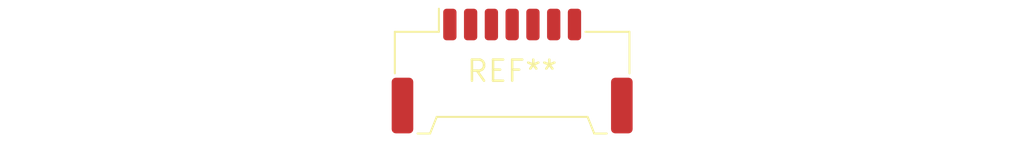
<source format=kicad_pcb>
(kicad_pcb (version 20240108) (generator pcbnew)
  (layers (0 "F.Cu" signal) (31 "B.Cu" signal) (34 "B.Paste" user) (35 "F.Paste" user) (36 "B.SilkS" user "B.Silkscreen") (37 "F.SilkS" user "F.Silkscreen") (38 "B.Mask" user) (39 "F.Mask" user) (44 "Edge.Cuts" user))
  (net 0 "")
  (footprint "Molex_Panelmate_53780-0770_1x07-1MP_P1.25mm_Horizontal" (layer "F.Cu") (at 0 0)
    (property "Reference" "REF**")
    (property "Value" "Molex_Panelmate_53780-0770_1x07-1MP_P1.25mm_Horizontal")
    (fp_line (start -7.06 -2.36) (end -4.41 -2.36) (layer "F.SilkS") (stroke (width 0.12)))
    (fp_line (start -7.06 0.14) (end -7.06 -2.36) (layer "F.SilkS") (stroke (width 0.12)))
    (fp_line (start -5.69 3.76) (end -4.94 3.76) (layer "F.SilkS") (stroke (width 0.12)))
    (fp_line (start -4.94 3.76) (end -4.54 2.76) (layer "F.SilkS") (stroke (width 0.12)))
    (fp_line (start -4.54 2.76) (end 4.54 2.76) (layer "F.SilkS") (stroke (width 0.12)))
    (fp_line (start -4.41 -2.36) (end -4.41 -3.75) (layer "F.SilkS") (stroke (width 0.12)))
    (fp_line (start 4.54 2.76) (end 4.94 3.76) (layer "F.SilkS") (stroke (width 0.12)))
    (fp_line (start 4.94 3.76) (end 5.69 3.76) (layer "F.SilkS") (stroke (width 0.12)))
    (fp_line (start 7.06 -2.36) (end 4.41 -2.36) (layer "F.SilkS") (stroke (width 0.12)))
    (fp_line (start 7.06 0.14) (end 7.06 -2.36) (layer "F.SilkS") (stroke (width 0.12)))
    (pad "1" smd roundrect (at -3.75 -2.8) (size 0.8 1.9) (layers "F.Cu" "F.Paste" "F.Mask"))
    (pad "2" smd roundrect (at -2.5 -2.8) (size 0.8 1.9) (layers "F.Cu" "F.Paste" "F.Mask"))
    (pad "3" smd roundrect (at -1.25 -2.8) (size 0.8 1.9) (layers "F.Cu" "F.Paste" "F.Mask"))
    (pad "4" smd roundrect (at 0 -2.8) (size 0.8 1.9) (layers "F.Cu" "F.Paste" "F.Mask"))
    (pad "5" smd roundrect (at 1.25 -2.8) (size 0.8 1.9) (layers "F.Cu" "F.Paste" "F.Mask"))
    (pad "6" smd roundrect (at 2.5 -2.8) (size 0.8 1.9) (layers "F.Cu" "F.Paste" "F.Mask"))
    (pad "7" smd roundrect (at 3.75 -2.8) (size 0.8 1.9) (layers "F.Cu" "F.Paste" "F.Mask"))
    (pad "MP" smd roundrect (at -6.6 2.075) (size 1.3 3.35) (layers "F.Cu" "F.Paste" "F.Mask") (roundrect_rratio 0.192308))
    (pad "MP" smd roundrect (at 6.6 2.075) (size 1.3 3.35) (layers "F.Cu" "F.Paste" "F.Mask") (roundrect_rratio 0.192308))
  )
)
</source>
